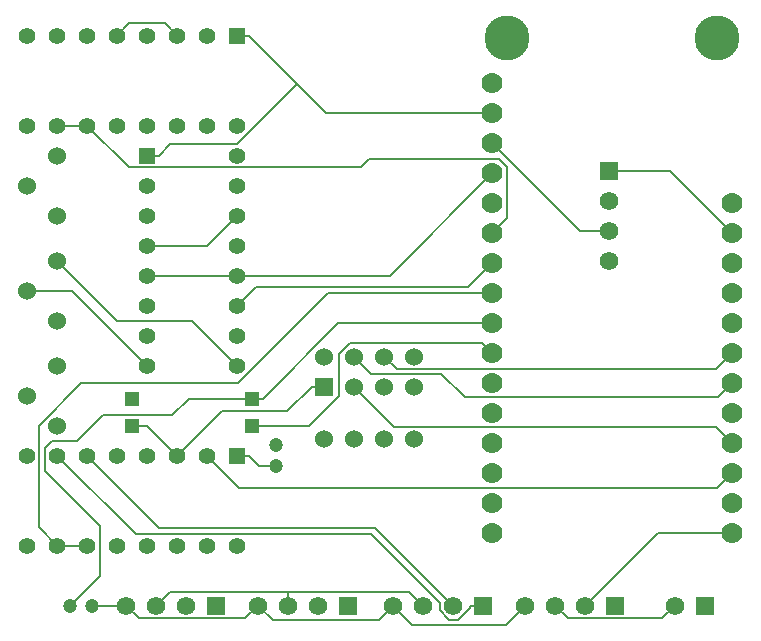
<source format=gtl>
G04 ---------------------------- Layer name :TOP LAYER*
G04 EasyEDA v5.6.15, Thu, 02 Aug 2018 08:18:31 GMT*
G04 cc4900fb0f2e4d9197698a7e792d27c9*
G04 Gerber Generator version 0.2*
G04 Scale: 100 percent, Rotated: No, Reflected: No *
G04 Dimensions in millimeters *
G04 leading zeros omitted , absolute positions ,3 integer and 3 decimal *
%FSLAX33Y33*%
%MOMM*%
G90*
G71D02*

%ADD11C,0.202997*%
%ADD12R,1.574800X1.574800*%
%ADD13C,1.574800*%
%ADD14C,1.199896*%
%ADD15C,1.524000*%
%ADD16R,1.211580X1.211580*%
%ADD17R,1.397000X1.397000*%
%ADD18C,1.397000*%
%ADD19C,3.810000*%
%ADD20C,1.778000*%
%ADD21R,1.524000X1.524000*%

%LPD*%
G54D11*
G01X10922Y2540D02*
G01X8011Y2540D01*
G01X22098Y2540D02*
G01X21028Y1470D01*
G01X11991Y1470D01*
G01X10922Y2540D01*
G01X33528Y2540D02*
G01X32306Y1318D01*
G01X23319Y1318D01*
G01X22098Y2540D01*
G01X44704Y2540D02*
G01X43101Y937D01*
G01X35130Y937D01*
G01X33528Y2540D01*
G01X25374Y46725D02*
G01X21300Y50800D01*
G01X41917Y44251D02*
G01X27848Y44251D01*
G01X25374Y46725D01*
G01X25374Y46725D02*
G01X20269Y41620D01*
G01X14660Y41620D01*
G01X13680Y40640D01*
G01X12700Y40640D02*
G01X13680Y40640D01*
G01X20320Y50800D02*
G01X21300Y50800D01*
G01X20320Y15240D02*
G01X21300Y15240D01*
G01X23622Y14340D02*
G01X22199Y14340D01*
G01X21300Y15240D01*
G01X62237Y13771D02*
G01X60967Y12501D01*
G01X20518Y12501D01*
G01X17780Y15240D01*
G01X24638Y3710D02*
G01X14632Y3710D01*
G01X13462Y2540D01*
G01X36068Y2540D02*
G01X34897Y3710D01*
G01X24638Y3710D01*
G01X24638Y3710D02*
G01X24638Y2540D01*
G01X47244Y2540D02*
G01X48313Y1470D01*
G01X56334Y1470D01*
G01X57404Y2540D01*
G01X26642Y21082D02*
G01X24579Y19019D01*
G01X19019Y19019D01*
G01X15240Y15240D01*
G01X27686Y21082D02*
G01X26642Y21082D01*
G01X15240Y15240D02*
G01X12700Y17780D01*
G01X11430Y17780D01*
G01X10160Y50800D02*
G01X11191Y51831D01*
G01X14208Y51831D01*
G01X15240Y50800D01*
G01X20320Y30480D02*
G01X12700Y30480D01*
G01X41917Y39171D02*
G01X33225Y30480D01*
G01X20320Y30480D01*
G01X21590Y17780D02*
G01X26433Y17780D01*
G01X28956Y20302D01*
G01X28956Y23848D01*
G01X29895Y24787D01*
G01X41061Y24787D01*
G01X41917Y23931D01*
G01X41917Y31551D02*
G01X39865Y29499D01*
G01X21879Y29499D01*
G01X20320Y27940D01*
G01X41917Y41711D02*
G01X49339Y34290D01*
G01X51816Y34290D01*
G01X32766Y23622D02*
G01X33825Y22562D01*
G01X60868Y22562D01*
G01X62237Y23931D01*
G01X62237Y34091D02*
G01X56959Y39370D01*
G01X51816Y39370D01*
G01X21590Y20066D02*
G01X16240Y20066D01*
G01X14841Y18666D01*
G01X8956Y18666D01*
G01X6766Y16476D01*
G01X4688Y16476D01*
G01X4069Y15857D01*
G01X4069Y13898D01*
G01X8722Y9243D01*
G01X8722Y5049D01*
G01X6212Y2540D01*
G01X41917Y26471D02*
G01X28882Y26471D01*
G01X22476Y20066D01*
G01X22034Y20066D02*
G01X21590Y20066D01*
G01X22034Y20066D02*
G01X22476Y20066D01*
G01X30226Y23622D02*
G01X31668Y22179D01*
G01X37602Y22179D01*
G01X39585Y20193D01*
G01X61038Y20193D01*
G01X62237Y21391D01*
G01X62237Y8691D02*
G01X55935Y8691D01*
G01X49784Y2540D01*
G01X41148Y2540D02*
G01X40078Y2540D01*
G01X40078Y2540D02*
G01X40078Y2339D01*
G01X39057Y1320D01*
G01X38298Y1320D01*
G01X37475Y2143D01*
G01X37475Y2743D01*
G01X31615Y8600D01*
G01X11719Y8600D01*
G01X5080Y15240D01*
G01X12700Y22860D02*
G01X6350Y29210D01*
G01X2540Y29210D01*
G01X41917Y29011D02*
G01X28039Y29011D01*
G01X20411Y21381D01*
G01X7129Y21381D01*
G01X3520Y17774D01*
G01X3520Y9179D01*
G01X5080Y7620D01*
G01X7620Y7620D02*
G01X5080Y7620D01*
G01X7620Y15240D02*
G01X13718Y9141D01*
G01X32006Y9141D01*
G01X38608Y2540D01*
G01X30226Y21082D02*
G01X33627Y17680D01*
G01X60868Y17680D01*
G01X62237Y16311D01*
G01X20320Y22860D02*
G01X16510Y26670D01*
G01X10160Y26670D01*
G01X5080Y31750D01*
G01X41917Y34091D02*
G01X43190Y35361D01*
G01X43190Y39687D01*
G01X42532Y40342D01*
G01X31511Y40342D01*
G01X30827Y39659D01*
G01X11140Y39659D01*
G01X7620Y43180D01*
G01X7620Y43180D02*
G01X5080Y43180D01*
G01X20320Y35560D02*
G01X17780Y33020D01*
G01X12700Y33020D01*
G54D12*
G01X59944Y2540D03*
G54D13*
G01X57404Y2540D03*
G54D14*
G01X8011Y2540D03*
G01X6212Y2540D03*
G54D12*
G01X18542Y2540D03*
G54D13*
G01X16002Y2540D03*
G01X13462Y2540D03*
G01X10922Y2540D03*
G54D12*
G01X29718Y2540D03*
G54D13*
G01X27178Y2540D03*
G01X24638Y2540D03*
G01X22098Y2540D03*
G54D12*
G01X41148Y2540D03*
G54D13*
G01X38608Y2540D03*
G01X36068Y2540D03*
G01X33528Y2540D03*
G54D12*
G01X52324Y2540D03*
G54D13*
G01X49784Y2540D03*
G01X47244Y2540D03*
G01X44704Y2540D03*
G54D12*
G01X51816Y39370D03*
G54D13*
G01X51816Y36830D03*
G01X51816Y34290D03*
G01X51816Y31750D03*
G54D15*
G01X5080Y40640D03*
G01X2540Y38100D03*
G01X5080Y35560D03*
G01X5080Y31750D03*
G01X2540Y29210D03*
G01X5080Y26670D03*
G01X5080Y22860D03*
G01X2540Y20320D03*
G01X5080Y17780D03*
G54D16*
G01X21590Y20066D03*
G01X11430Y20066D03*
G54D17*
G01X20320Y50800D03*
G54D18*
G01X17780Y50800D03*
G01X15240Y50800D03*
G01X12700Y50800D03*
G01X10160Y50800D03*
G01X7620Y50800D03*
G01X5080Y50800D03*
G01X2540Y50800D03*
G01X2540Y43180D03*
G01X5080Y43180D03*
G01X7620Y43180D03*
G01X10160Y43180D03*
G01X12700Y43180D03*
G01X15240Y43180D03*
G01X17780Y43180D03*
G01X20320Y43180D03*
G54D17*
G01X12700Y40640D03*
G54D18*
G01X12700Y38100D03*
G01X12700Y35560D03*
G01X12700Y33020D03*
G01X12700Y30480D03*
G01X12700Y27940D03*
G01X12700Y25400D03*
G01X12700Y22860D03*
G01X20320Y22860D03*
G01X20320Y25400D03*
G01X20320Y27940D03*
G01X20320Y30480D03*
G01X20320Y33020D03*
G01X20320Y35560D03*
G01X20320Y38100D03*
G01X20320Y40640D03*
G54D17*
G01X20320Y15240D03*
G54D18*
G01X17780Y15240D03*
G01X15240Y15240D03*
G01X12700Y15240D03*
G01X10160Y15240D03*
G01X7620Y15240D03*
G01X5080Y15240D03*
G01X2540Y15240D03*
G01X2540Y7620D03*
G01X5080Y7620D03*
G01X7620Y7620D03*
G01X10160Y7620D03*
G01X12700Y7620D03*
G01X15240Y7620D03*
G01X17780Y7620D03*
G01X20320Y7620D03*
G54D15*
G01X35335Y16609D03*
G01X32795Y16609D03*
G01X30255Y16609D03*
G01X27715Y16609D03*
G54D19*
G01X60967Y50601D03*
G01X43187Y50601D03*
G54D20*
G01X62237Y36631D03*
G01X62237Y34091D03*
G01X62237Y31551D03*
G01X62237Y29011D03*
G01X62237Y26471D03*
G01X62237Y23931D03*
G01X62237Y21391D03*
G01X62237Y18851D03*
G01X62237Y16311D03*
G01X62237Y13771D03*
G01X62237Y11231D03*
G01X62237Y8691D03*
G01X41917Y36631D03*
G01X41917Y34091D03*
G01X41917Y31551D03*
G01X41917Y29011D03*
G01X41917Y26471D03*
G01X41917Y23931D03*
G01X41917Y21391D03*
G01X41917Y18851D03*
G01X41917Y16311D03*
G01X41917Y13771D03*
G01X41917Y11231D03*
G01X41917Y8691D03*
G01X41917Y39171D03*
G01X41917Y41711D03*
G01X41917Y44251D03*
G01X41917Y46791D03*
G54D15*
G01X27686Y23622D03*
G01X30226Y23622D03*
G01X32766Y23622D03*
G01X35306Y23622D03*
G54D21*
G01X27686Y21082D03*
G54D15*
G01X30226Y21082D03*
G01X32766Y21082D03*
G01X35306Y21082D03*
G54D14*
G01X23622Y14340D03*
G01X23622Y16139D03*
G54D16*
G01X21590Y17780D03*
G01X11430Y17780D03*
M00*
M02*

</source>
